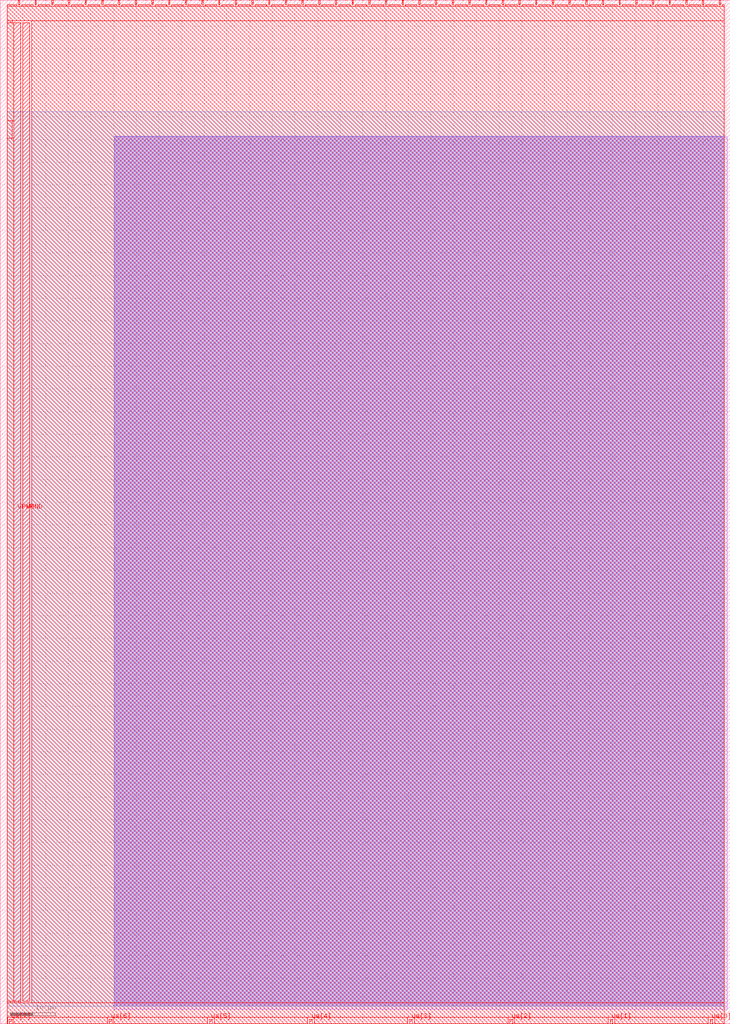
<source format=lef>
VERSION 5.7 ;
  NOWIREEXTENSIONATPIN ON ;
  DIVIDERCHAR "/" ;
  BUSBITCHARS "[]" ;
MACRO tt_um_analog_factory_test
  CLASS BLOCK ;
  FOREIGN tt_um_analog_factory_test ;
  ORIGIN 0.000 0.000 ;
  SIZE 161.000 BY 225.760 ;
  PIN clk
    DIRECTION INPUT ;
    USE SIGNAL ;
    PORT
      LAYER met4 ;
        RECT 154.870 224.760 155.170 225.760 ;
    END
  END clk
  PIN ena
    DIRECTION INPUT ;
    USE SIGNAL ;
    PORT
      LAYER met4 ;
        RECT 158.550 224.760 158.850 225.760 ;
    END
  END ena
  PIN rst_n
    DIRECTION INPUT ;
    USE SIGNAL ;
    PORT
      LAYER met4 ;
        RECT 151.190 224.760 151.490 225.760 ;
    END
  END rst_n
  PIN ua[0]
    DIRECTION INOUT ;
    USE SIGNAL ;
    PORT
      LAYER met4 ;
        RECT 156.560 0.000 157.160 1.000 ;
    END
  END ua[0]
  PIN ua[1]
    DIRECTION INOUT ;
    USE SIGNAL ;
    ANTENNADIFFAREA 27.462200 ;
    PORT
      LAYER met4 ;
        RECT 134.480 0.000 135.080 1.000 ;
    END
  END ua[1]
  PIN ua[2]
    DIRECTION INOUT ;
    USE SIGNAL ;
    ANTENNADIFFAREA 11.599999 ;
    PORT
      LAYER met4 ;
        RECT 112.400 0.000 113.000 1.000 ;
    END
  END ua[2]
  PIN ua[3]
    DIRECTION INOUT ;
    USE SIGNAL ;
    PORT
      LAYER met4 ;
        RECT 90.320 0.000 90.920 1.000 ;
    END
  END ua[3]
  PIN ua[4]
    DIRECTION INOUT ;
    USE SIGNAL ;
    PORT
      LAYER met4 ;
        RECT 68.240 0.000 68.840 1.000 ;
    END
  END ua[4]
  PIN ua[5]
    DIRECTION INOUT ;
    USE SIGNAL ;
    PORT
      LAYER met4 ;
        RECT 46.160 0.000 46.760 1.000 ;
    END
  END ua[5]
  PIN ua[6]
    DIRECTION INOUT ;
    USE SIGNAL ;
    PORT
      LAYER met4 ;
        RECT 24.080 0.000 24.680 1.000 ;
    END
  END ua[6]
  PIN ua[7]
    DIRECTION INOUT ;
    USE SIGNAL ;
    PORT
      LAYER met4 ;
        RECT 2.000 0.000 2.600 1.000 ;
    END
  END ua[7]
  PIN ui_in[0]
    DIRECTION INPUT ;
    USE SIGNAL ;
    PORT
      LAYER met4 ;
        RECT 147.510 224.760 147.810 225.760 ;
    END
  END ui_in[0]
  PIN ui_in[1]
    DIRECTION INPUT ;
    USE SIGNAL ;
    PORT
      LAYER met4 ;
        RECT 143.830 224.760 144.130 225.760 ;
    END
  END ui_in[1]
  PIN ui_in[2]
    DIRECTION INPUT ;
    USE SIGNAL ;
    PORT
      LAYER met4 ;
        RECT 140.150 224.760 140.450 225.760 ;
    END
  END ui_in[2]
  PIN ui_in[3]
    DIRECTION INPUT ;
    USE SIGNAL ;
    PORT
      LAYER met4 ;
        RECT 136.470 224.760 136.770 225.760 ;
    END
  END ui_in[3]
  PIN ui_in[4]
    DIRECTION INPUT ;
    USE SIGNAL ;
    PORT
      LAYER met4 ;
        RECT 132.790 224.760 133.090 225.760 ;
    END
  END ui_in[4]
  PIN ui_in[5]
    DIRECTION INPUT ;
    USE SIGNAL ;
    PORT
      LAYER met4 ;
        RECT 129.110 224.760 129.410 225.760 ;
    END
  END ui_in[5]
  PIN ui_in[6]
    DIRECTION INPUT ;
    USE SIGNAL ;
    PORT
      LAYER met4 ;
        RECT 125.430 224.760 125.730 225.760 ;
    END
  END ui_in[6]
  PIN ui_in[7]
    DIRECTION INPUT ;
    USE SIGNAL ;
    PORT
      LAYER met4 ;
        RECT 121.750 224.760 122.050 225.760 ;
    END
  END ui_in[7]
  PIN uio_in[0]
    DIRECTION INPUT ;
    USE SIGNAL ;
    ANTENNAGATEAREA 1.400000 ;
    PORT
      LAYER met4 ;
        RECT 118.070 224.760 118.370 225.760 ;
    END
  END uio_in[0]
  PIN uio_in[1]
    DIRECTION INPUT ;
    USE SIGNAL ;
    ANTENNAGATEAREA 1.400000 ;
    PORT
      LAYER met4 ;
        RECT 114.390 224.760 114.690 225.760 ;
    END
  END uio_in[1]
  PIN uio_in[2]
    DIRECTION INPUT ;
    USE SIGNAL ;
    PORT
      LAYER met4 ;
        RECT 110.710 224.760 111.010 225.760 ;
    END
  END uio_in[2]
  PIN uio_in[3]
    DIRECTION INPUT ;
    USE SIGNAL ;
    PORT
      LAYER met4 ;
        RECT 107.030 224.760 107.330 225.760 ;
    END
  END uio_in[3]
  PIN uio_in[4]
    DIRECTION INPUT ;
    USE SIGNAL ;
    PORT
      LAYER met4 ;
        RECT 103.350 224.760 103.650 225.760 ;
    END
  END uio_in[4]
  PIN uio_in[5]
    DIRECTION INPUT ;
    USE SIGNAL ;
    PORT
      LAYER met4 ;
        RECT 99.670 224.760 99.970 225.760 ;
    END
  END uio_in[5]
  PIN uio_in[6]
    DIRECTION INPUT ;
    USE SIGNAL ;
    PORT
      LAYER met4 ;
        RECT 95.990 224.760 96.290 225.760 ;
    END
  END uio_in[6]
  PIN uio_in[7]
    DIRECTION INPUT ;
    USE SIGNAL ;
    PORT
      LAYER met4 ;
        RECT 92.310 224.760 92.610 225.760 ;
    END
  END uio_in[7]
  PIN uio_oe[0]
    DIRECTION OUTPUT ;
    USE SIGNAL ;
    ANTENNADIFFAREA 27.462200 ;
    PORT
      LAYER met4 ;
        RECT 29.750 224.760 30.050 225.760 ;
    END
  END uio_oe[0]
  PIN uio_oe[1]
    DIRECTION OUTPUT ;
    USE SIGNAL ;
    ANTENNADIFFAREA 27.462200 ;
    PORT
      LAYER met4 ;
        RECT 26.070 224.760 26.370 225.760 ;
    END
  END uio_oe[1]
  PIN uio_oe[2]
    DIRECTION OUTPUT ;
    USE SIGNAL ;
    ANTENNADIFFAREA 27.462200 ;
    PORT
      LAYER met4 ;
        RECT 22.390 224.760 22.690 225.760 ;
    END
  END uio_oe[2]
  PIN uio_oe[3]
    DIRECTION OUTPUT ;
    USE SIGNAL ;
    ANTENNADIFFAREA 27.462200 ;
    PORT
      LAYER met4 ;
        RECT 18.710 224.760 19.010 225.760 ;
    END
  END uio_oe[3]
  PIN uio_oe[4]
    DIRECTION OUTPUT ;
    USE SIGNAL ;
    ANTENNADIFFAREA 27.462200 ;
    PORT
      LAYER met4 ;
        RECT 15.030 224.760 15.330 225.760 ;
    END
  END uio_oe[4]
  PIN uio_oe[5]
    DIRECTION OUTPUT ;
    USE SIGNAL ;
    ANTENNADIFFAREA 27.462200 ;
    PORT
      LAYER met4 ;
        RECT 11.350 224.760 11.650 225.760 ;
    END
  END uio_oe[5]
  PIN uio_oe[6]
    DIRECTION OUTPUT ;
    USE SIGNAL ;
    ANTENNADIFFAREA 27.462200 ;
    PORT
      LAYER met4 ;
        RECT 7.670 224.760 7.970 225.760 ;
    END
  END uio_oe[6]
  PIN uio_oe[7]
    DIRECTION OUTPUT ;
    USE SIGNAL ;
    ANTENNADIFFAREA 27.462200 ;
    PORT
      LAYER met4 ;
        RECT 3.990 224.760 4.290 225.760 ;
    END
  END uio_oe[7]
  PIN uio_out[0]
    DIRECTION OUTPUT ;
    USE SIGNAL ;
    ANTENNADIFFAREA 27.462200 ;
    PORT
      LAYER met4 ;
        RECT 59.190 224.760 59.490 225.760 ;
    END
  END uio_out[0]
  PIN uio_out[1]
    DIRECTION OUTPUT ;
    USE SIGNAL ;
    ANTENNADIFFAREA 27.462200 ;
    PORT
      LAYER met4 ;
        RECT 55.510 224.760 55.810 225.760 ;
    END
  END uio_out[1]
  PIN uio_out[2]
    DIRECTION OUTPUT ;
    USE SIGNAL ;
    ANTENNADIFFAREA 27.462200 ;
    PORT
      LAYER met4 ;
        RECT 51.830 224.760 52.130 225.760 ;
    END
  END uio_out[2]
  PIN uio_out[3]
    DIRECTION OUTPUT ;
    USE SIGNAL ;
    ANTENNADIFFAREA 27.462200 ;
    PORT
      LAYER met4 ;
        RECT 48.150 224.760 48.450 225.760 ;
    END
  END uio_out[3]
  PIN uio_out[4]
    DIRECTION OUTPUT ;
    USE SIGNAL ;
    ANTENNADIFFAREA 27.462200 ;
    PORT
      LAYER met4 ;
        RECT 44.470 224.760 44.770 225.760 ;
    END
  END uio_out[4]
  PIN uio_out[5]
    DIRECTION OUTPUT ;
    USE SIGNAL ;
    ANTENNADIFFAREA 27.462200 ;
    PORT
      LAYER met4 ;
        RECT 40.790 224.760 41.090 225.760 ;
    END
  END uio_out[5]
  PIN uio_out[6]
    DIRECTION OUTPUT ;
    USE SIGNAL ;
    ANTENNADIFFAREA 27.462200 ;
    PORT
      LAYER met4 ;
        RECT 37.110 224.760 37.410 225.760 ;
    END
  END uio_out[6]
  PIN uio_out[7]
    DIRECTION OUTPUT ;
    USE SIGNAL ;
    ANTENNADIFFAREA 27.462200 ;
    PORT
      LAYER met4 ;
        RECT 33.430 224.760 33.730 225.760 ;
    END
  END uio_out[7]
  PIN uo_out[0]
    DIRECTION OUTPUT ;
    USE SIGNAL ;
    ANTENNADIFFAREA 27.462200 ;
    PORT
      LAYER met4 ;
        RECT 88.630 224.760 88.930 225.760 ;
    END
  END uo_out[0]
  PIN uo_out[1]
    DIRECTION OUTPUT ;
    USE SIGNAL ;
    ANTENNADIFFAREA 27.462200 ;
    PORT
      LAYER met4 ;
        RECT 84.950 224.760 85.250 225.760 ;
    END
  END uo_out[1]
  PIN uo_out[2]
    DIRECTION OUTPUT ;
    USE SIGNAL ;
    ANTENNADIFFAREA 27.462200 ;
    PORT
      LAYER met4 ;
        RECT 81.270 224.760 81.570 225.760 ;
    END
  END uo_out[2]
  PIN uo_out[3]
    DIRECTION OUTPUT ;
    USE SIGNAL ;
    ANTENNADIFFAREA 27.462200 ;
    PORT
      LAYER met4 ;
        RECT 77.590 224.760 77.890 225.760 ;
    END
  END uo_out[3]
  PIN uo_out[4]
    DIRECTION OUTPUT ;
    USE SIGNAL ;
    ANTENNADIFFAREA 27.462200 ;
    PORT
      LAYER met4 ;
        RECT 73.910 224.760 74.210 225.760 ;
    END
  END uo_out[4]
  PIN uo_out[5]
    DIRECTION OUTPUT ;
    USE SIGNAL ;
    ANTENNADIFFAREA 27.462200 ;
    PORT
      LAYER met4 ;
        RECT 70.230 224.760 70.530 225.760 ;
    END
  END uo_out[5]
  PIN uo_out[6]
    DIRECTION OUTPUT ;
    USE SIGNAL ;
    ANTENNADIFFAREA 27.462200 ;
    PORT
      LAYER met4 ;
        RECT 66.550 224.760 66.850 225.760 ;
    END
  END uo_out[6]
  PIN uo_out[7]
    DIRECTION OUTPUT ;
    USE SIGNAL ;
    ANTENNADIFFAREA 27.462200 ;
    PORT
      LAYER met4 ;
        RECT 62.870 224.760 63.170 225.760 ;
    END
  END uo_out[7]
  PIN VPWR
    DIRECTION INOUT ;
    USE POWER ;
    PORT
      LAYER met4 ;
        RECT 3.000 5.000 4.500 220.760 ;
    END
  END VPWR
  PIN VGND
    DIRECTION INOUT ;
    USE GROUND ;
    PORT
      LAYER met4 ;
        RECT 5.000 5.000 6.500 220.760 ;
    END
  END VGND
  OBS
      LAYER li1 ;
        RECT 25.120 3.180 160.380 195.620 ;
      LAYER met1 ;
        RECT 25.120 3.890 159.710 195.760 ;
      LAYER met2 ;
        RECT 25.120 3.890 159.710 195.760 ;
      LAYER met3 ;
        RECT 1.500 3.890 159.710 201.190 ;
      LAYER met4 ;
        RECT 1.500 224.360 3.590 224.760 ;
        RECT 4.690 224.360 7.270 224.760 ;
        RECT 8.370 224.360 10.950 224.760 ;
        RECT 12.050 224.360 14.630 224.760 ;
        RECT 15.730 224.360 18.310 224.760 ;
        RECT 19.410 224.360 21.990 224.760 ;
        RECT 23.090 224.360 25.670 224.760 ;
        RECT 26.770 224.360 29.350 224.760 ;
        RECT 30.450 224.360 33.030 224.760 ;
        RECT 34.130 224.360 36.710 224.760 ;
        RECT 37.810 224.360 40.390 224.760 ;
        RECT 41.490 224.360 44.070 224.760 ;
        RECT 45.170 224.360 47.750 224.760 ;
        RECT 48.850 224.360 51.430 224.760 ;
        RECT 52.530 224.360 55.110 224.760 ;
        RECT 56.210 224.360 58.790 224.760 ;
        RECT 59.890 224.360 62.470 224.760 ;
        RECT 63.570 224.360 66.150 224.760 ;
        RECT 67.250 224.360 69.830 224.760 ;
        RECT 70.930 224.360 73.510 224.760 ;
        RECT 74.610 224.360 77.190 224.760 ;
        RECT 78.290 224.360 80.870 224.760 ;
        RECT 81.970 224.360 84.550 224.760 ;
        RECT 85.650 224.360 88.230 224.760 ;
        RECT 89.330 224.360 91.910 224.760 ;
        RECT 93.010 224.360 95.590 224.760 ;
        RECT 96.690 224.360 99.270 224.760 ;
        RECT 100.370 224.360 102.950 224.760 ;
        RECT 104.050 224.360 106.630 224.760 ;
        RECT 107.730 224.360 110.310 224.760 ;
        RECT 111.410 224.360 113.990 224.760 ;
        RECT 115.090 224.360 117.670 224.760 ;
        RECT 118.770 224.360 121.350 224.760 ;
        RECT 122.450 224.360 125.030 224.760 ;
        RECT 126.130 224.360 128.710 224.760 ;
        RECT 129.810 224.360 132.390 224.760 ;
        RECT 133.490 224.360 136.070 224.760 ;
        RECT 137.170 224.360 139.750 224.760 ;
        RECT 140.850 224.360 143.430 224.760 ;
        RECT 144.530 224.360 147.110 224.760 ;
        RECT 148.210 224.360 150.790 224.760 ;
        RECT 151.890 224.360 154.470 224.760 ;
        RECT 155.570 224.360 158.150 224.760 ;
        RECT 159.250 224.360 159.710 224.760 ;
        RECT 1.500 221.160 159.710 224.360 ;
        RECT 1.500 220.760 2.600 221.160 ;
        RECT 1.500 199.200 3.000 220.760 ;
        RECT 1.500 195.300 2.600 199.200 ;
        RECT 1.500 5.000 3.000 195.300 ;
        RECT 1.500 4.600 4.500 5.000 ;
        RECT 6.900 4.600 159.710 221.160 ;
        RECT 1.500 1.400 159.710 4.600 ;
        RECT 1.500 0.000 1.600 1.400 ;
        RECT 3.000 0.000 23.680 1.400 ;
        RECT 25.080 0.000 45.760 1.400 ;
        RECT 47.160 0.000 67.840 1.400 ;
        RECT 69.240 0.000 89.920 1.400 ;
        RECT 91.320 0.000 112.000 1.400 ;
        RECT 113.400 0.000 134.080 1.400 ;
        RECT 135.480 0.000 156.160 1.400 ;
        RECT 157.560 0.000 159.710 1.400 ;
  END
END tt_um_analog_factory_test
END LIBRARY


</source>
